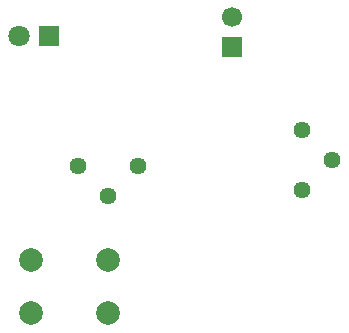
<source format=gbr>
%TF.GenerationSoftware,KiCad,Pcbnew,9.0.1*%
%TF.CreationDate,2025-05-03T21:28:02-04:00*%
%TF.ProjectId,project-2,70726f6a-6563-4742-9d32-2e6b69636164,rev?*%
%TF.SameCoordinates,Original*%
%TF.FileFunction,Soldermask,Bot*%
%TF.FilePolarity,Negative*%
%FSLAX46Y46*%
G04 Gerber Fmt 4.6, Leading zero omitted, Abs format (unit mm)*
G04 Created by KiCad (PCBNEW 9.0.1) date 2025-05-03 21:28:02*
%MOMM*%
%LPD*%
G01*
G04 APERTURE LIST*
%ADD10C,1.440000*%
%ADD11R,1.800000X1.800000*%
%ADD12C,1.800000*%
%ADD13R,1.700000X1.700000*%
%ADD14C,1.700000*%
%ADD15C,2.000000*%
G04 APERTURE END LIST*
D10*
%TO.C,RV1*%
X195960000Y-85560000D03*
X198500000Y-88100000D03*
X201040000Y-85560000D03*
%TD*%
D11*
%TO.C,D1*%
X193500000Y-74500000D03*
D12*
X190960000Y-74500000D03*
%TD*%
D13*
%TO.C,M1*%
X209000000Y-75500000D03*
D14*
X209000000Y-72960000D03*
%TD*%
D10*
%TO.C,RV2*%
X214960000Y-87540000D03*
X217500000Y-85000000D03*
X214960000Y-82460000D03*
%TD*%
D15*
%TO.C,SW1*%
X198500000Y-98000000D03*
X192000000Y-98000000D03*
X198500000Y-93500000D03*
X192000000Y-93500000D03*
%TD*%
M02*

</source>
